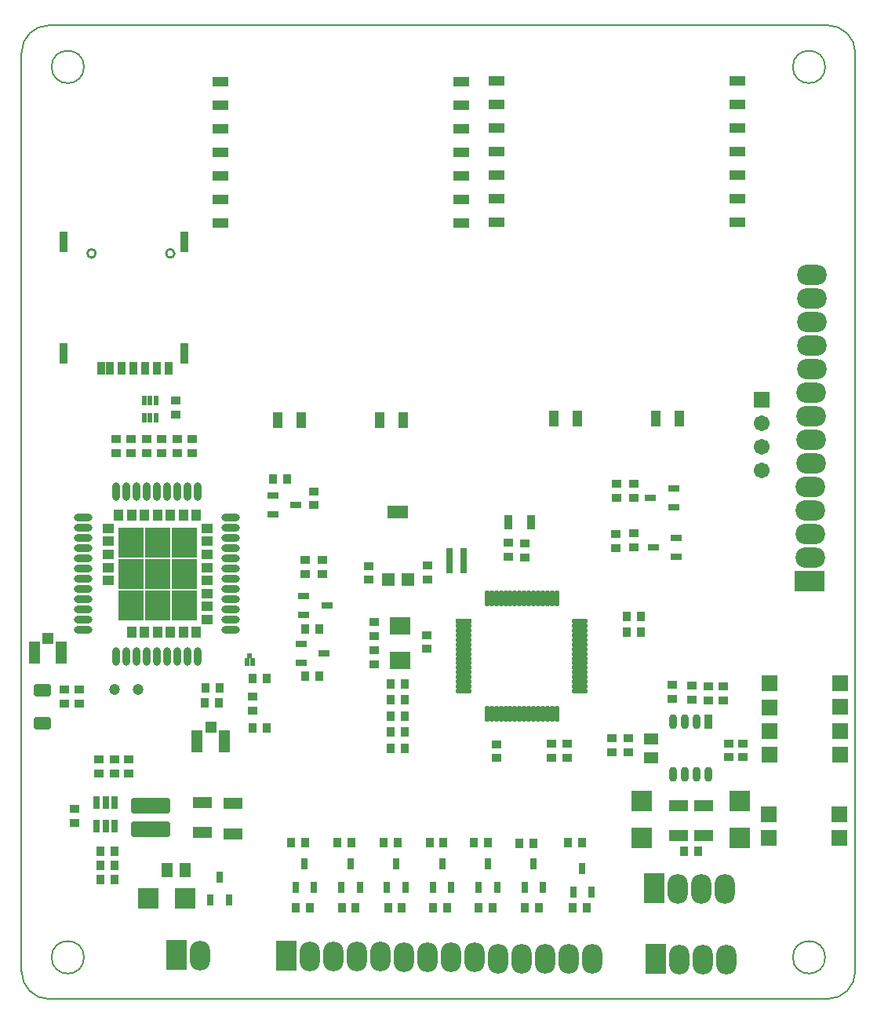
<source format=gts>
%FSLAX25Y25*%
%MOIN*%
G70*
G01*
G75*
G04 Layer_Color=8388736*
%ADD10C,0.01000*%
%ADD11C,0.02000*%
%ADD12C,0.02000*%
%ADD13R,0.02756X0.03347*%
%ADD14R,0.03347X0.02756*%
%ADD15R,0.03937X0.02362*%
G04:AMPARAMS|DCode=16|XSize=39.37mil|YSize=41.34mil|CornerRadius=5.91mil|HoleSize=0mil|Usage=FLASHONLY|Rotation=180.000|XOffset=0mil|YOffset=0mil|HoleType=Round|Shape=RoundedRectangle|*
%AMROUNDEDRECTD16*
21,1,0.03937,0.02953,0,0,180.0*
21,1,0.02756,0.04134,0,0,180.0*
1,1,0.01181,-0.01378,0.01476*
1,1,0.01181,0.01378,0.01476*
1,1,0.01181,0.01378,-0.01476*
1,1,0.01181,-0.01378,-0.01476*
%
%ADD16ROUNDEDRECTD16*%
G04:AMPARAMS|DCode=17|XSize=41.34mil|YSize=86.61mil|CornerRadius=6.2mil|HoleSize=0mil|Usage=FLASHONLY|Rotation=180.000|XOffset=0mil|YOffset=0mil|HoleType=Round|Shape=RoundedRectangle|*
%AMROUNDEDRECTD17*
21,1,0.04134,0.07421,0,0,180.0*
21,1,0.02894,0.08661,0,0,180.0*
1,1,0.01240,-0.01447,0.03711*
1,1,0.01240,0.01447,0.03711*
1,1,0.01240,0.01447,-0.03711*
1,1,0.01240,-0.01447,-0.03711*
%
%ADD17ROUNDEDRECTD17*%
%ADD18R,0.07874X0.07874*%
%ADD19R,0.07087X0.03937*%
%ADD20R,0.02000X0.05000*%
%ADD21R,0.02362X0.03937*%
%ADD22R,0.05906X0.05906*%
%ADD23R,0.07874X0.07874*%
%ADD24R,0.02559X0.05315*%
%ADD25R,0.03937X0.05118*%
%ADD26R,0.05118X0.03937*%
G04:AMPARAMS|DCode=27|XSize=157.48mil|YSize=59.06mil|CornerRadius=8.86mil|HoleSize=0mil|Usage=FLASHONLY|Rotation=180.000|XOffset=0mil|YOffset=0mil|HoleType=Round|Shape=RoundedRectangle|*
%AMROUNDEDRECTD27*
21,1,0.15748,0.04134,0,0,180.0*
21,1,0.13976,0.05906,0,0,180.0*
1,1,0.01772,-0.06988,0.02067*
1,1,0.01772,0.06988,0.02067*
1,1,0.01772,0.06988,-0.02067*
1,1,0.01772,-0.06988,-0.02067*
%
%ADD27ROUNDEDRECTD27*%
%ADD28R,0.06299X0.03543*%
%ADD29R,0.03543X0.06299*%
%ADD30R,0.01969X0.09843*%
%ADD31R,0.03937X0.03150*%
%ADD32R,0.03150X0.03937*%
%ADD33R,0.09843X0.11811*%
%ADD34O,0.07087X0.02362*%
%ADD35O,0.02362X0.07087*%
%ADD36R,0.01575X0.03347*%
%ADD37R,0.01378X0.01181*%
%ADD38R,0.01378X0.00984*%
%ADD39R,0.01181X0.01181*%
%ADD40O,0.02500X0.05500*%
%ADD41R,0.02500X0.05500*%
%ADD42R,0.05000X0.05000*%
%ADD43R,0.07874X0.05000*%
G04:AMPARAMS|DCode=44|XSize=45mil|YSize=65mil|CornerRadius=5.63mil|HoleSize=0mil|Usage=FLASHONLY|Rotation=270.000|XOffset=0mil|YOffset=0mil|HoleType=Round|Shape=RoundedRectangle|*
%AMROUNDEDRECTD44*
21,1,0.04500,0.05375,0,0,270.0*
21,1,0.03375,0.06500,0,0,270.0*
1,1,0.01125,-0.02688,-0.01688*
1,1,0.01125,-0.02688,0.01688*
1,1,0.01125,0.02688,0.01688*
1,1,0.01125,0.02688,-0.01688*
%
%ADD44ROUNDEDRECTD44*%
%ADD45R,0.07874X0.06693*%
%ADD46O,0.06299X0.01181*%
%ADD47O,0.01181X0.06299*%
%ADD48R,0.06299X0.01181*%
%ADD49R,0.02559X0.04843*%
%ADD50R,0.02756X0.08268*%
%ADD51C,0.00800*%
%ADD52C,0.04000*%
%ADD53C,0.01200*%
%ADD54R,0.09200X0.08300*%
%ADD55R,0.49000X0.11200*%
%ADD56R,0.07000X0.08100*%
%ADD57R,0.06200X0.16300*%
%ADD58R,0.25800X0.06600*%
%ADD59R,0.08400X0.20000*%
%ADD60C,0.00500*%
%ADD61C,0.05906*%
%ADD62R,0.05906X0.05906*%
%ADD63R,0.07874X0.11811*%
%ADD64O,0.07874X0.11811*%
%ADD65C,0.03937*%
%ADD66O,0.11811X0.07874*%
%ADD67R,0.11811X0.07874*%
%ADD68C,0.03000*%
%ADD69C,0.04000*%
G04:AMPARAMS|DCode=70|XSize=23.62mil|YSize=25.59mil|CornerRadius=3.54mil|HoleSize=0mil|Usage=FLASHONLY|Rotation=90.000|XOffset=0mil|YOffset=0mil|HoleType=Round|Shape=RoundedRectangle|*
%AMROUNDEDRECTD70*
21,1,0.02362,0.01850,0,0,90.0*
21,1,0.01654,0.02559,0,0,90.0*
1,1,0.00709,0.00925,0.00827*
1,1,0.00709,0.00925,-0.00827*
1,1,0.00709,-0.00925,-0.00827*
1,1,0.00709,-0.00925,0.00827*
%
%ADD70ROUNDEDRECTD70*%
G04:AMPARAMS|DCode=71|XSize=23.62mil|YSize=25.59mil|CornerRadius=3.54mil|HoleSize=0mil|Usage=FLASHONLY|Rotation=180.000|XOffset=0mil|YOffset=0mil|HoleType=Round|Shape=RoundedRectangle|*
%AMROUNDEDRECTD71*
21,1,0.02362,0.01850,0,0,180.0*
21,1,0.01654,0.02559,0,0,180.0*
1,1,0.00709,-0.00827,0.00925*
1,1,0.00709,0.00827,0.00925*
1,1,0.00709,0.00827,-0.00925*
1,1,0.00709,-0.00827,-0.00925*
%
%ADD71ROUNDEDRECTD71*%
%ADD72R,0.05000X0.02000*%
%ADD73R,0.03937X0.07087*%
%ADD74C,0.03000*%
%ADD75C,0.05000*%
%ADD76R,0.27900X0.11200*%
%ADD77R,0.23200X0.07700*%
%ADD78R,0.07100X0.27500*%
%ADD79C,0.02362*%
%ADD80C,0.00984*%
%ADD81C,0.00787*%
%ADD82C,0.00300*%
%ADD83C,0.01969*%
%ADD84C,0.00394*%
%ADD85C,0.00400*%
%ADD86C,0.00493*%
%ADD87C,0.00700*%
%ADD88R,0.02228X0.02472*%
%ADD89R,0.04800X0.00800*%
%ADD90R,0.03600X0.00700*%
%ADD91R,0.02400X0.00600*%
%ADD92R,0.01500X0.00500*%
%ADD93R,0.03556X0.04147*%
%ADD94R,0.04147X0.03556*%
%ADD95R,0.04737X0.03162*%
G04:AMPARAMS|DCode=96|XSize=47.37mil|YSize=49.34mil|CornerRadius=7.11mil|HoleSize=0mil|Usage=FLASHONLY|Rotation=180.000|XOffset=0mil|YOffset=0mil|HoleType=Round|Shape=RoundedRectangle|*
%AMROUNDEDRECTD96*
21,1,0.04737,0.03513,0,0,180.0*
21,1,0.03316,0.04934,0,0,180.0*
1,1,0.01421,-0.01658,0.01756*
1,1,0.01421,0.01658,0.01756*
1,1,0.01421,0.01658,-0.01756*
1,1,0.01421,-0.01658,-0.01756*
%
%ADD96ROUNDEDRECTD96*%
G04:AMPARAMS|DCode=97|XSize=49.34mil|YSize=94.61mil|CornerRadius=7.4mil|HoleSize=0mil|Usage=FLASHONLY|Rotation=180.000|XOffset=0mil|YOffset=0mil|HoleType=Round|Shape=RoundedRectangle|*
%AMROUNDEDRECTD97*
21,1,0.04934,0.07981,0,0,180.0*
21,1,0.03454,0.09461,0,0,180.0*
1,1,0.01480,-0.01727,0.03991*
1,1,0.01480,0.01727,0.03991*
1,1,0.01480,0.01727,-0.03991*
1,1,0.01480,-0.01727,-0.03991*
%
%ADD97ROUNDEDRECTD97*%
%ADD98R,0.08674X0.08674*%
%ADD99R,0.07887X0.04737*%
%ADD100R,0.02800X0.05800*%
%ADD101R,0.03162X0.04737*%
%ADD102R,0.06706X0.06706*%
%ADD103R,0.08674X0.08674*%
%ADD104R,0.03359X0.06115*%
%ADD105R,0.04737X0.05918*%
%ADD106R,0.05918X0.04737*%
G04:AMPARAMS|DCode=107|XSize=165.48mil|YSize=67.06mil|CornerRadius=10.06mil|HoleSize=0mil|Usage=FLASHONLY|Rotation=180.000|XOffset=0mil|YOffset=0mil|HoleType=Round|Shape=RoundedRectangle|*
%AMROUNDEDRECTD107*
21,1,0.16548,0.04694,0,0,180.0*
21,1,0.14536,0.06706,0,0,180.0*
1,1,0.02012,-0.07268,0.02347*
1,1,0.02012,0.07268,0.02347*
1,1,0.02012,0.07268,-0.02347*
1,1,0.02012,-0.07268,-0.02347*
%
%ADD107ROUNDEDRECTD107*%
%ADD108R,0.07099X0.04343*%
%ADD109R,0.04343X0.07099*%
%ADD110R,0.02769X0.10642*%
%ADD111R,0.04737X0.03950*%
%ADD112R,0.03950X0.04737*%
%ADD113R,0.10642X0.12611*%
%ADD114O,0.07887X0.03162*%
%ADD115O,0.03162X0.07887*%
%ADD116R,0.02375X0.04147*%
%ADD117R,0.02178X0.01981*%
%ADD118R,0.02178X0.01784*%
%ADD119R,0.01981X0.01981*%
%ADD120O,0.03300X0.06300*%
%ADD121R,0.03300X0.06300*%
%ADD122R,0.05800X0.05800*%
%ADD123R,0.08674X0.05800*%
G04:AMPARAMS|DCode=124|XSize=53mil|YSize=73mil|CornerRadius=6.63mil|HoleSize=0mil|Usage=FLASHONLY|Rotation=270.000|XOffset=0mil|YOffset=0mil|HoleType=Round|Shape=RoundedRectangle|*
%AMROUNDEDRECTD124*
21,1,0.05300,0.05975,0,0,270.0*
21,1,0.03975,0.07300,0,0,270.0*
1,1,0.01325,-0.02988,-0.01988*
1,1,0.01325,-0.02988,0.01988*
1,1,0.01325,0.02988,0.01988*
1,1,0.01325,0.02988,-0.01988*
%
%ADD124ROUNDEDRECTD124*%
%ADD125R,0.08674X0.07493*%
%ADD126O,0.07099X0.01981*%
%ADD127O,0.01981X0.07099*%
%ADD128R,0.07099X0.01981*%
%ADD129R,0.03359X0.05643*%
%ADD130R,0.03556X0.09068*%
%ADD131C,0.06706*%
%ADD132R,0.06706X0.06706*%
%ADD133R,0.08674X0.12611*%
%ADD134O,0.08674X0.12611*%
%ADD135C,0.04737*%
%ADD136O,0.12611X0.08674*%
%ADD137R,0.12611X0.08674*%
D10*
X19716Y316481D02*
G03*
X19716Y316481I-1772J0D01*
G01*
X53181D02*
G03*
X53181Y316481I-1772J0D01*
G01*
D60*
X330709Y0D02*
G03*
X342520Y11811I0J11811D01*
G01*
X-11811D02*
G03*
X0Y0I11811J0D01*
G01*
X342520Y401575D02*
G03*
X330709Y413386I-11811J0D01*
G01*
X0D02*
G03*
X-11811Y401575I0J-11811D01*
G01*
X14764Y395670D02*
G03*
X14764Y395670I-6890J0D01*
G01*
X329725D02*
G03*
X329725Y395670I-6890J0D01*
G01*
Y17717D02*
G03*
X329725Y17717I-6890J0D01*
G01*
X14764D02*
G03*
X14764Y17717I-6890J0D01*
G01*
X-11811Y347999D02*
Y366326D01*
Y11811D02*
Y39370D01*
X0Y413386D02*
X330709D01*
X342520Y11811D02*
Y401575D01*
X0Y0D02*
X330709D01*
X-11811Y11811D02*
Y401575D01*
D93*
X100906Y220600D02*
D03*
X95000D02*
D03*
X269700Y62700D02*
D03*
X275606D02*
D03*
X21794Y50900D02*
D03*
X27700D02*
D03*
X21894Y56900D02*
D03*
X27800D02*
D03*
X21794Y62900D02*
D03*
X27700D02*
D03*
X86432Y135939D02*
D03*
X92337D02*
D03*
X66198Y125719D02*
D03*
X72103D02*
D03*
X108798Y157019D02*
D03*
X114703D02*
D03*
X114598Y136919D02*
D03*
X108692D02*
D03*
X145194Y106500D02*
D03*
X151100D02*
D03*
X151100Y113325D02*
D03*
X145194D02*
D03*
X145194Y133800D02*
D03*
X151100D02*
D03*
X251400Y162300D02*
D03*
X245495D02*
D03*
X145194Y120150D02*
D03*
X151100D02*
D03*
X145194Y126975D02*
D03*
X151100D02*
D03*
X251400Y155800D02*
D03*
X245495D02*
D03*
X143961Y38900D02*
D03*
X149867D02*
D03*
X124311D02*
D03*
X130217D02*
D03*
X104661D02*
D03*
X110567D02*
D03*
X202211D02*
D03*
X208117D02*
D03*
X182561D02*
D03*
X188467D02*
D03*
X163111D02*
D03*
X169017D02*
D03*
X205800Y66200D02*
D03*
X199894D02*
D03*
X186400Y66300D02*
D03*
X180494D02*
D03*
X167550D02*
D03*
X161644D02*
D03*
X222561Y38900D02*
D03*
X228467D02*
D03*
X226400Y66300D02*
D03*
X220495D02*
D03*
X86432Y115139D02*
D03*
X92337D02*
D03*
X72298Y132119D02*
D03*
X66392D02*
D03*
X108700Y66300D02*
D03*
X102795D02*
D03*
X128317D02*
D03*
X122411D02*
D03*
X147933D02*
D03*
X142028D02*
D03*
D94*
X112500Y215506D02*
D03*
Y209600D02*
D03*
X53600Y248000D02*
D03*
Y253906D02*
D03*
X54398Y237719D02*
D03*
Y231813D02*
D03*
X28398Y237719D02*
D03*
Y231813D02*
D03*
X47898Y237719D02*
D03*
Y231813D02*
D03*
X6398Y125419D02*
D03*
Y131324D02*
D03*
X12698Y125419D02*
D03*
Y131324D02*
D03*
X286400Y126900D02*
D03*
Y132806D02*
D03*
X280000Y126900D02*
D03*
Y132806D02*
D03*
X288700Y108500D02*
D03*
Y102594D02*
D03*
X273200Y127000D02*
D03*
Y132905D02*
D03*
X264700Y127500D02*
D03*
Y133405D02*
D03*
X294700Y108500D02*
D03*
Y102594D02*
D03*
X246100Y104700D02*
D03*
Y110606D02*
D03*
X238900Y104700D02*
D03*
Y110606D02*
D03*
X33600Y101600D02*
D03*
Y95695D02*
D03*
X27600Y101600D02*
D03*
Y95695D02*
D03*
X21100Y95700D02*
D03*
Y101605D02*
D03*
X10600Y74700D02*
D03*
Y80606D02*
D03*
X86432Y128439D02*
D03*
Y122533D02*
D03*
X41398Y231813D02*
D03*
Y237719D02*
D03*
X34898Y231813D02*
D03*
Y237719D02*
D03*
X60898Y231813D02*
D03*
Y237719D02*
D03*
X108798Y180519D02*
D03*
Y186424D02*
D03*
X115998Y180519D02*
D03*
Y186424D02*
D03*
X195200Y193700D02*
D03*
Y187794D02*
D03*
X138000Y154100D02*
D03*
Y160005D02*
D03*
X160400Y154500D02*
D03*
Y148594D02*
D03*
X220200Y102500D02*
D03*
Y108405D02*
D03*
X189900Y102300D02*
D03*
Y108205D02*
D03*
X202200Y187500D02*
D03*
Y193405D02*
D03*
X213500Y102500D02*
D03*
Y108405D02*
D03*
X160700Y184000D02*
D03*
Y178094D02*
D03*
X135600Y183900D02*
D03*
Y177995D02*
D03*
X241069Y212700D02*
D03*
Y218605D02*
D03*
X248468Y212700D02*
D03*
Y218605D02*
D03*
X240769Y191500D02*
D03*
Y197406D02*
D03*
X248369Y191700D02*
D03*
Y197606D02*
D03*
X137900Y148000D02*
D03*
Y142095D02*
D03*
D95*
X94900Y205726D02*
D03*
X104743Y209663D02*
D03*
X94900Y213600D02*
D03*
X106998Y150619D02*
D03*
X116840Y146682D02*
D03*
X106998Y142745D02*
D03*
X108198Y171019D02*
D03*
X118040Y167082D02*
D03*
X108198Y163145D02*
D03*
X265268Y208700D02*
D03*
X255426Y212637D02*
D03*
X265268Y216574D02*
D03*
X266469Y187695D02*
D03*
X256626Y191631D02*
D03*
X266469Y195569D02*
D03*
D96*
X68698Y115323D02*
D03*
X-602Y153123D02*
D03*
D97*
X62890Y109319D02*
D03*
X74505D02*
D03*
X-6409Y147119D02*
D03*
X5205D02*
D03*
D98*
X293500Y68352D02*
D03*
Y84100D02*
D03*
X251700Y68352D02*
D03*
Y84100D02*
D03*
D99*
X267500Y82195D02*
D03*
Y69400D02*
D03*
X64986Y83447D02*
D03*
Y70651D02*
D03*
X78100Y83000D02*
D03*
Y70205D02*
D03*
X277900Y82195D02*
D03*
Y69400D02*
D03*
D100*
X23940Y83300D02*
D03*
X20200Y73300D02*
D03*
X27680D02*
D03*
X23940D02*
D03*
X20200Y83300D02*
D03*
X27680D02*
D03*
D101*
X143520Y47500D02*
D03*
X147457Y57342D02*
D03*
X151394Y47500D02*
D03*
X104600D02*
D03*
X108537Y57342D02*
D03*
X112474Y47500D02*
D03*
X201900D02*
D03*
X205837Y57342D02*
D03*
X209774Y47500D02*
D03*
X182440D02*
D03*
X186377Y57342D02*
D03*
X190314Y47500D02*
D03*
X162980D02*
D03*
X166917Y57342D02*
D03*
X170854Y47500D02*
D03*
X222600Y45500D02*
D03*
X226537Y55343D02*
D03*
X230474Y45500D02*
D03*
X124060Y47500D02*
D03*
X127997Y57342D02*
D03*
X131934Y47500D02*
D03*
X68500Y42000D02*
D03*
X72437Y51842D02*
D03*
X76374Y42000D02*
D03*
D102*
X305800Y78300D02*
D03*
Y68300D02*
D03*
X335800D02*
D03*
Y78300D02*
D03*
X305900Y123900D02*
D03*
Y134000D02*
D03*
X335900D02*
D03*
Y124000D02*
D03*
Y103900D02*
D03*
Y113900D02*
D03*
X305900D02*
D03*
Y103900D02*
D03*
D103*
X57748Y42800D02*
D03*
X42000D02*
D03*
D104*
X195151Y202500D02*
D03*
X204600D02*
D03*
D105*
X57800Y54900D02*
D03*
X49926D02*
D03*
D106*
X255600Y110374D02*
D03*
Y102500D02*
D03*
D107*
X43200Y71982D02*
D03*
Y82218D02*
D03*
D108*
X190125Y329790D02*
D03*
Y339790D02*
D03*
Y349790D02*
D03*
Y359790D02*
D03*
Y369790D02*
D03*
Y379790D02*
D03*
Y389790D02*
D03*
X292400D02*
D03*
Y379790D02*
D03*
Y369790D02*
D03*
Y359790D02*
D03*
Y349790D02*
D03*
Y339790D02*
D03*
Y329790D02*
D03*
X72825Y329290D02*
D03*
Y339290D02*
D03*
Y349290D02*
D03*
Y359290D02*
D03*
Y369290D02*
D03*
Y379290D02*
D03*
Y389290D02*
D03*
X175100D02*
D03*
Y379290D02*
D03*
Y369290D02*
D03*
Y359290D02*
D03*
Y349290D02*
D03*
Y339290D02*
D03*
Y329290D02*
D03*
D109*
X267566Y246325D02*
D03*
X257566D02*
D03*
X224259D02*
D03*
X214259D02*
D03*
X150266Y245825D02*
D03*
X140266D02*
D03*
X106959D02*
D03*
X96959D02*
D03*
D110*
X170150Y186200D02*
D03*
X176050D02*
D03*
D111*
X24929Y188742D02*
D03*
Y199765D02*
D03*
X67062D02*
D03*
Y194254D02*
D03*
Y177718D02*
D03*
Y166694D02*
D03*
Y161183D02*
D03*
Y172206D02*
D03*
Y183230D02*
D03*
Y188742D02*
D03*
X24929Y177718D02*
D03*
Y183230D02*
D03*
Y194254D02*
D03*
D112*
X62531Y205277D02*
D03*
X40483Y155635D02*
D03*
X45995D02*
D03*
X62531D02*
D03*
X57019D02*
D03*
X51507D02*
D03*
X34972D02*
D03*
X57019Y205277D02*
D03*
X51507D02*
D03*
X45995D02*
D03*
X40483D02*
D03*
X34972D02*
D03*
X29460D02*
D03*
D113*
X34578Y180438D02*
D03*
X57413Y167052D02*
D03*
X34578D02*
D03*
X45995D02*
D03*
X57413Y180438D02*
D03*
X45995D02*
D03*
X57413Y193824D02*
D03*
X34578D02*
D03*
X45995D02*
D03*
D114*
X14499Y195595D02*
D03*
Y204257D02*
D03*
Y191265D02*
D03*
Y186934D02*
D03*
Y182603D02*
D03*
Y178272D02*
D03*
Y173942D02*
D03*
Y169611D02*
D03*
Y160950D02*
D03*
Y156619D02*
D03*
X77098Y199926D02*
D03*
Y195595D02*
D03*
Y191265D02*
D03*
Y186934D02*
D03*
Y182603D02*
D03*
Y178272D02*
D03*
Y173942D02*
D03*
Y169611D02*
D03*
Y165280D02*
D03*
Y160950D02*
D03*
Y156619D02*
D03*
Y204257D02*
D03*
X14499Y199926D02*
D03*
Y165280D02*
D03*
D115*
X58791Y215477D02*
D03*
X28476D02*
D03*
X32806D02*
D03*
X37137D02*
D03*
X41468D02*
D03*
X58791Y145398D02*
D03*
X54460D02*
D03*
X50129D02*
D03*
X45798D02*
D03*
X41468D02*
D03*
X37137D02*
D03*
X32806D02*
D03*
X28476D02*
D03*
X63121Y215477D02*
D03*
X54460D02*
D03*
X50129D02*
D03*
X45798D02*
D03*
X63121Y145398D02*
D03*
D116*
X45457Y246677D02*
D03*
X42898Y253961D02*
D03*
X45457D02*
D03*
X42898Y246677D02*
D03*
X40339D02*
D03*
Y253961D02*
D03*
D117*
X84100Y142330D02*
D03*
X86364D02*
D03*
D118*
X84100Y144200D02*
D03*
X86364D02*
D03*
D119*
X85232Y145873D02*
D03*
D120*
X269900Y95262D02*
D03*
X279900D02*
D03*
X264900D02*
D03*
X269900Y117900D02*
D03*
X264900D02*
D03*
X274900Y95262D02*
D03*
Y117900D02*
D03*
D121*
X279900D02*
D03*
D122*
X143900Y178100D02*
D03*
X152400D02*
D03*
D123*
X148187Y206600D02*
D03*
D124*
X-2802Y117119D02*
D03*
Y131119D02*
D03*
D125*
X149100Y158300D02*
D03*
Y143733D02*
D03*
D126*
X176200Y130772D02*
D03*
Y134709D02*
D03*
Y132741D02*
D03*
Y136678D02*
D03*
X225413Y160300D02*
D03*
Y158332D02*
D03*
Y156363D02*
D03*
Y154394D02*
D03*
Y152426D02*
D03*
Y150458D02*
D03*
Y148489D02*
D03*
Y146520D02*
D03*
Y144552D02*
D03*
Y142584D02*
D03*
Y140615D02*
D03*
Y138646D02*
D03*
Y136678D02*
D03*
Y134709D02*
D03*
Y132741D02*
D03*
Y130772D02*
D03*
X176200Y138646D02*
D03*
Y140615D02*
D03*
Y142584D02*
D03*
Y144552D02*
D03*
Y146520D02*
D03*
Y148489D02*
D03*
Y150458D02*
D03*
Y154394D02*
D03*
Y156363D02*
D03*
Y158332D02*
D03*
Y152426D02*
D03*
D127*
X186042Y170142D02*
D03*
X188011D02*
D03*
X189980D02*
D03*
X191948D02*
D03*
X193916D02*
D03*
X195885D02*
D03*
X197854D02*
D03*
X199822D02*
D03*
X201791D02*
D03*
X203759D02*
D03*
X205728D02*
D03*
X207696D02*
D03*
X209665D02*
D03*
X211633D02*
D03*
X213602D02*
D03*
X215570D02*
D03*
Y120930D02*
D03*
X213602D02*
D03*
X211633D02*
D03*
X209665D02*
D03*
X207696D02*
D03*
X205728D02*
D03*
X203759D02*
D03*
X201791D02*
D03*
X199822D02*
D03*
X197854D02*
D03*
X195885D02*
D03*
X193916D02*
D03*
X191948D02*
D03*
X189980D02*
D03*
X188011D02*
D03*
X186042D02*
D03*
D128*
X176200Y160300D02*
D03*
D129*
X22000Y267800D02*
D03*
X25740D02*
D03*
X50740D02*
D03*
X45740D02*
D03*
X40740D02*
D03*
X35740D02*
D03*
X30740D02*
D03*
D130*
X57315Y274158D02*
D03*
Y321402D02*
D03*
X6173Y274158D02*
D03*
Y321402D02*
D03*
D131*
X302800Y224400D02*
D03*
Y234400D02*
D03*
Y244400D02*
D03*
D132*
Y254400D02*
D03*
D133*
X54200Y18900D02*
D03*
X100800Y18400D02*
D03*
X257600Y17200D02*
D03*
X257200Y47200D02*
D03*
D134*
X64200Y18506D02*
D03*
X140800Y18006D02*
D03*
X130800D02*
D03*
X120800D02*
D03*
X110800D02*
D03*
X150800Y17613D02*
D03*
X160800D02*
D03*
X170800D02*
D03*
X180800D02*
D03*
X190800Y17219D02*
D03*
X200800D02*
D03*
X210800D02*
D03*
X220800D02*
D03*
X230800D02*
D03*
X287600Y16806D02*
D03*
X277600D02*
D03*
X267600D02*
D03*
X287200Y46806D02*
D03*
X277200D02*
D03*
X267200D02*
D03*
D135*
X37898Y131519D02*
D03*
X27898D02*
D03*
D136*
X323394Y217400D02*
D03*
Y207400D02*
D03*
Y197400D02*
D03*
Y187400D02*
D03*
X323787Y227400D02*
D03*
Y237400D02*
D03*
Y247400D02*
D03*
Y257400D02*
D03*
X324181Y267400D02*
D03*
Y277400D02*
D03*
Y287400D02*
D03*
Y297400D02*
D03*
Y307400D02*
D03*
D137*
X323000Y177400D02*
D03*
M02*

</source>
